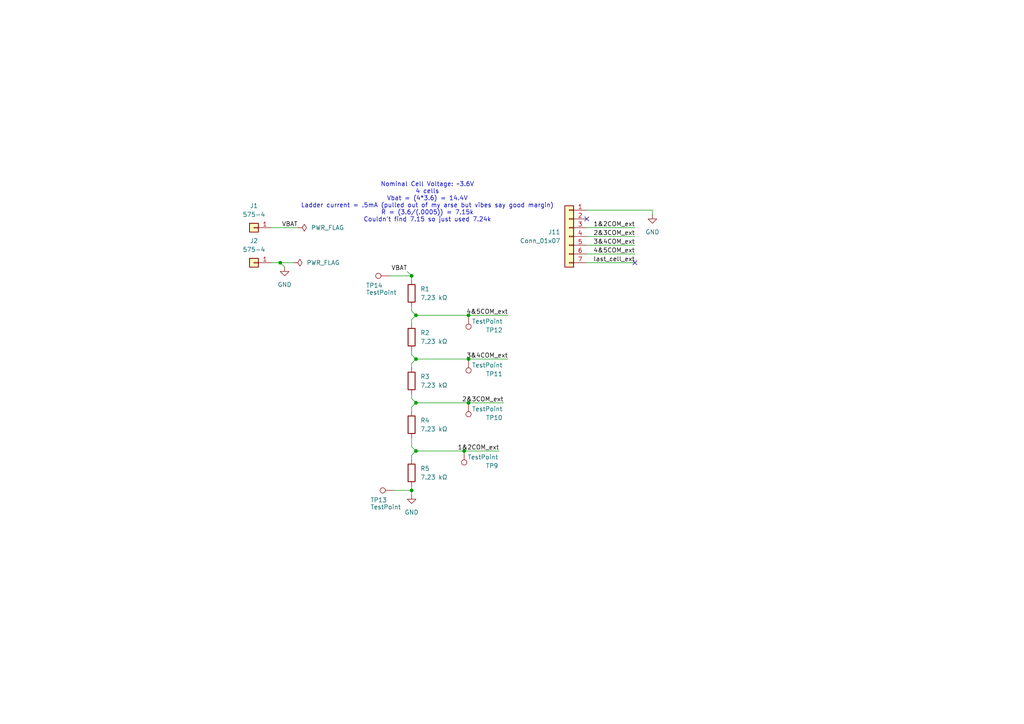
<source format=kicad_sch>
(kicad_sch (version 20250114) (generator "eeschema") (generator_version "9.0")
  (paper "A4")
  (lib_symbols
    (symbol "Connector:TestPoint" (pin_numbers (hide yes)) (pin_names (offset 0.762) (hide yes))
      (property "Reference" "TP" (at 0 6.858 0))
      (property "Value" "TestPoint" (at 0 5.08 0))
      (symbol "TestPoint_0_1"
        (circle (center 0 3.302) (radius 0.762))
      )
      (symbol "TestPoint_1_1"
        (pin passive line (at 0 0 90) (length 2.54) (name "1") (number "1"))
      )
    )
    (symbol "Connector_Generic:Conn_01x01" (pin_names (offset 1.016) (hide yes))
      (property "Reference" "J" (at 0 2.54 0))
      (property "Value" "Conn_01x01" (at 0 -2.54 0))
      (symbol "Conn_01x01_1_1"
        (rectangle (start -1.27 1.27) (end 1.27 -1.27) (stroke (width 0.254)) (fill (type background)))
        (rectangle (start -1.27 0.127) (end 0 -0.127) (stroke (width 0.1524)))
        (pin passive line (at -5.08 0 0) (length 3.81) (name "Pin_1") (number "1"))
      )
    )
    (symbol "Connector_Generic:Conn_01x07" (pin_names (offset 1.016) (hide yes))
      (property "Reference" "J" (at 0 10.16 0))
      (property "Value" "Conn_01x07" (at 0 -10.16 0))
      (symbol "Conn_01x07_1_1"
        (rectangle (start -1.27 8.89) (end 1.27 -8.89) (stroke (width 0.254)) (fill (type background)))
        (rectangle (start -1.27 7.747) (end 0 7.493) (stroke (width 0.1524)))
        (rectangle (start -1.27 5.207) (end 0 4.953) (stroke (width 0.1524)))
        (rectangle (start -1.27 2.667) (end 0 2.413) (stroke (width 0.1524)))
        (rectangle (start -1.27 0.127) (end 0 -0.127) (stroke (width 0.1524)))
        (rectangle (start -1.27 -2.413) (end 0 -2.667) (stroke (width 0.1524)))
        (rectangle (start -1.27 -4.953) (end 0 -5.207) (stroke (width 0.1524)))
        (rectangle (start -1.27 -7.493) (end 0 -7.747) (stroke (width 0.1524)))
        (pin passive line (at -5.08 7.62 0) (length 3.81) (name "Pin_1") (number "1"))
        (pin passive line (at -5.08 5.08 0) (length 3.81) (name "Pin_2") (number "2"))
        (pin passive line (at -5.08 2.54 0) (length 3.81) (name "Pin_3") (number "3"))
        (pin passive line (at -5.08 0 0) (length 3.81) (name "Pin_4") (number "4"))
        (pin passive line (at -5.08 -2.54 0) (length 3.81) (name "Pin_5") (number "5"))
        (pin passive line (at -5.08 -5.08 0) (length 3.81) (name "Pin_6") (number "6"))
        (pin passive line (at -5.08 -7.62 0) (length 3.81) (name "Pin_7") (number "7"))
      )
    )
    (symbol "Device:R" (pin_numbers (hide yes)) (pin_names (offset 0))
      (property "Reference" "R" (at 2.032 0 90))
      (property "Value" "R" (at 0 0 90))
      (symbol "R_0_1"
        (rectangle (start -1.016 -2.54) (end 1.016 2.54) (stroke (width 0.254)))
      )
      (symbol "R_1_1"
        (pin passive line (at 0 3.81 270) (length 1.27) (name "~") (number "1"))
        (pin passive line (at 0 -3.81 90) (length 1.27) (name "~") (number "2"))
      )
    )
    (symbol "power:GND" (power) (pin_numbers (hide yes)) (pin_names (offset 0) (hide yes))
      (property "Value" "GND" (at 0 -3.81 0))
      (symbol "GND_0_1"
        (polyline (pts (xy 0 0) (xy 0 -1.27) (xy 1.27 -1.27) (xy 0 -2.54) (xy -1.27 -1.27) (xy 0 -1.27)))
      )
      (symbol "GND_1_1"
        (pin power_in line (at 0 0 270) (length 0) (name "~") (number "1"))
      )
    )
    (symbol "power:PWR_FLAG" (power) (pin_numbers (hide yes)) (pin_names (offset 0) (hide yes))
      (property "Value" "PWR_FLAG" (at 0 3.81 0))
      (symbol "PWR_FLAG_0_0"
        (pin power_out line (at 0 0 90) (length 0) (name "~") (number "1"))
      )
      (symbol "PWR_FLAG_0_1"
        (polyline (pts (xy 0 0) (xy 0 1.27) (xy -1.016 1.905) (xy 0 2.54) (xy 1.016 1.905) (xy 0 1.27)))
      )
    )
  )
  (text "Nominal Cell Voltage: ~3.6V\n4 cells\nVbat = (4*3.6) = 14.4V\nLadder current = .5mA (pulled out of my arse but vibes say good margin)\nR = (3.6/(.0005)) = 7.15k\nCouldn't find 7.15 so just used 7.24k" (at 123.952 58.674 0) (effects (font (size 1.27 1.27))))
  (junction (at 119.38 142.24))
  (junction (at 135.89 91.44))
  (junction (at 119.38 80.01))
  (junction (at 120.65 104.14))
  (junction (at 120.65 130.81))
  (junction (at 81.28 76.2))
  (junction (at 120.65 91.44))
  (junction (at 135.89 116.84))
  (junction (at 120.65 116.84))
  (junction (at 135.89 104.14))
  (junction (at 134.62 130.81))
  (no_connect (at 184.15 76.2))
  (no_connect (at 170.18 63.5))
  (wire (pts (xy 113.03 80.01) (xy 119.38 80.01)))
  (wire (pts (xy 119.38 114.3) (xy 119.38 115.57)))
  (wire (pts (xy 170.18 71.12) (xy 184.15 71.12)))
  (wire (pts (xy 135.89 116.84) (xy 146.05 116.84)))
  (wire (pts (xy 119.38 140.97) (xy 119.38 142.24)))
  (wire (pts (xy 119.38 92.71) (xy 119.38 93.98)))
  (wire (pts (xy 81.28 76.2) (xy 85.09 76.2)))
  (wire (pts (xy 119.38 102.87) (xy 120.65 104.14)))
  (wire (pts (xy 119.38 90.17) (xy 120.65 91.44)))
  (wire (pts (xy 170.18 66.04) (xy 184.15 66.04)))
  (wire (pts (xy 170.18 76.2) (xy 184.15 76.2)))
  (wire (pts (xy 120.65 116.84) (xy 135.89 116.84)))
  (wire (pts (xy 119.38 115.57) (xy 120.65 116.84)))
  (wire (pts (xy 119.38 118.11) (xy 119.38 119.38)))
  (wire (pts (xy 118.11 78.74) (xy 119.38 80.01)))
  (wire (pts (xy 119.38 129.54) (xy 120.65 130.81)))
  (wire (pts (xy 119.38 133.35) (xy 119.38 132.08)))
  (wire (pts (xy 119.38 105.41) (xy 119.38 106.68)))
  (wire (pts (xy 170.18 73.66) (xy 184.15 73.66)))
  (wire (pts (xy 189.23 60.96) (xy 189.23 62.23)))
  (wire (pts (xy 119.38 101.6) (xy 119.38 102.87)))
  (wire (pts (xy 120.65 130.81) (xy 134.62 130.81)))
  (wire (pts (xy 119.38 105.41) (xy 120.65 104.14)))
  (wire (pts (xy 119.38 127) (xy 119.38 129.54)))
  (wire (pts (xy 78.74 66.04) (xy 86.36 66.04)))
  (wire (pts (xy 119.38 142.24) (xy 119.38 143.51)))
  (wire (pts (xy 170.18 60.96) (xy 189.23 60.96)))
  (wire (pts (xy 78.74 76.2) (xy 81.28 76.2)))
  (wire (pts (xy 119.38 80.01) (xy 119.38 81.28)))
  (wire (pts (xy 119.38 132.08) (xy 120.65 130.81)))
  (wire (pts (xy 119.38 118.11) (xy 120.65 116.84)))
  (wire (pts (xy 119.38 92.71) (xy 120.65 91.44)))
  (wire (pts (xy 135.89 104.14) (xy 147.32 104.14)))
  (wire (pts (xy 119.38 88.9) (xy 119.38 90.17)))
  (wire (pts (xy 120.65 91.44) (xy 135.89 91.44)))
  (wire (pts (xy 135.89 91.44) (xy 147.32 91.44)))
  (wire (pts (xy 134.62 130.81) (xy 144.78 130.81)))
  (wire (pts (xy 82.55 77.47) (xy 81.28 76.2)))
  (wire (pts (xy 170.18 68.58) (xy 184.15 68.58)))
  (wire (pts (xy 120.65 104.14) (xy 135.89 104.14)))
  (wire (pts (xy 114.3 142.24) (xy 119.38 142.24)))
  (label "VBAT" (at 86.36 66.04 180))
  (label "1&2COM_ext" (at 144.78 130.81 180))
  (label "VBAT" (at 118.11 78.74 180))
  (label "4&5COM_ext" (at 147.32 91.44 180))
  (label "1&2COM_ext" (at 184.15 66.04 180))
  (label "3&4COM_ext" (at 184.15 71.12 180))
  (label "2&3COM_ext" (at 184.15 68.58 180))
  (label "last_cell_ext" (at 184.15 76.2 180))
  (label "2&3COM_ext" (at 146.05 116.84 180))
  (label "4&5COM_ext" (at 184.15 73.66 180))
  (label "3&4COM_ext" (at 147.32 104.14 180))
  (symbol (lib_id "Connector:TestPoint") (at 114.3 142.24 90) (unit 1)
    (property "Reference" "TP13" (at 112.268 145.034 90) (effects (justify left)))
    (property "Value" "TestPoint" (at 116.332 147.066 90) (effects (justify left)))
    (property "Footprint" "TestPoint:TestPoint_Keystone_5005-5009_Compact" (effects (hide yes)))
    (property "Description" "test point" (effects (hide yes)))
  )
  (symbol (lib_id "power:GND") (at 119.38 143.51 0) (unit 1)
    (property "Reference" "#PWR02" (effects (hide yes)))
    (property "Value" "GND" (at 119.38 148.59 0))
    (property "Description" "Power symbol creates a global label with name \"GND\" , ground" (effects (hide yes)))
  )
  (symbol (lib_id "Device:R") (at 119.38 123.19 0) (unit 1)
    (property "Reference" "R4" (at 121.92 121.9199 0) (effects (justify left)))
    (property "Value" "7.23 kΩ" (at 121.92 124.4599 0) (effects (justify left)))
    (property "Footprint" "Resistor_SMD:R_0603_1608Metric_Pad0.98x0.95mm_HandSolder" (effects (hide yes)))
    (property "Datasheet" "https://www.mouser.com/ProductDetail/Vishay/TNPW06037K23BEEN?qs=m2vMjz15CltNt%2FYw8X6%252BTg%3D%3D" (effects (hide yes)))
    (property "Description" "Resistor" (effects (hide yes)))
    (property "P/N" "TNPW06037K23BEEN" (effects (hide yes)))
  )
  (symbol (lib_id "power:GND") (at 189.23 62.23 0) (unit 1)
    (property "Reference" "#PWR03" (effects (hide yes)))
    (property "Value" "GND" (at 189.23 67.31 0))
    (property "Description" "Power symbol creates a global label with name \"GND\" , ground" (effects (hide yes)))
  )
  (symbol (lib_id "Connector_Generic:Conn_01x01") (at 73.66 66.04 0) (mirror y) (unit 1)
    (property "Reference" "J1" (at 73.66 59.69 0))
    (property "Value" "575-4" (at 73.66 62.23 0))
    (property "Footprint" "VoltTemp:5754" (effects (hide yes)))
    (property "Datasheet" "https://www.digikey.com/en/products/detail/keystone-electronics/575-4/318493" (effects (hide yes)))
    (property "Description" "Generic connector, single row, 01x01, script generated (kicad-library-utils/schlib/autogen/connector/)" (effects (hide yes)))
    (property "P/N" "575-4" (effects (hide yes)))
  )
  (symbol (lib_id "Connector_Generic:Conn_01x07") (at 165.1 68.58 0) (mirror y) (unit 1)
    (property "Reference" "J11" (at 162.56 67.3099 0) (effects (justify left)))
    (property "Value" "Conn_01x07" (at 162.56 69.8499 0) (effects (justify left)))
    (property "Footprint" "VoltTemp:1053131107" (effects (hide yes)))
    (property "Description" "Generic connector, single row, 01x07, script generated (kicad-library-utils/schlib/autogen/connector/)" (effects (hide yes)))
  )
  (symbol (lib_id "Device:R") (at 119.38 110.49 0) (unit 1)
    (property "Reference" "R3" (at 121.92 109.2199 0) (effects (justify left)))
    (property "Value" "7.23 kΩ" (at 121.92 111.7599 0) (effects (justify left)))
    (property "Footprint" "Resistor_SMD:R_0603_1608Metric_Pad0.98x0.95mm_HandSolder" (effects (hide yes)))
    (property "Datasheet" "https://www.mouser.com/ProductDetail/Vishay/TNPW06037K23BEEN?qs=m2vMjz15CltNt%2FYw8X6%252BTg%3D%3D" (effects (hide yes)))
    (property "Description" "Resistor" (effects (hide yes)))
    (property "P/N" "TNPW06037K23BEEN" (effects (hide yes)))
  )
  (symbol (lib_id "power:GND") (at 82.55 77.47 0) (unit 1)
    (property "Reference" "#PWR01" (effects (hide yes)))
    (property "Value" "GND" (at 82.55 82.55 0))
    (property "Description" "Power symbol creates a global label with name \"GND\" , ground" (effects (hide yes)))
  )
  (symbol (lib_id "Device:R") (at 119.38 85.09 0) (unit 1)
    (property "Reference" "R1" (at 121.92 83.8199 0) (effects (justify left)))
    (property "Value" "7.23 kΩ" (at 121.92 86.3599 0) (effects (justify left)))
    (property "Footprint" "Resistor_SMD:R_0603_1608Metric_Pad0.98x0.95mm_HandSolder" (effects (hide yes)))
    (property "Datasheet" "https://www.mouser.com/ProductDetail/Vishay/TNPW06037K23BEEN?qs=m2vMjz15CltNt%2FYw8X6%252BTg%3D%3D" (effects (hide yes)))
    (property "Description" "Resistor" (effects (hide yes)))
    (property "P/N" "TNPW06037K23BEEN" (effects (hide yes)))
  )
  (symbol (lib_id "power:PWR_FLAG") (at 85.09 76.2 270) (unit 1)
    (property "Reference" "#FLG02" (effects (hide yes)))
    (property "Value" "PWR_FLAG" (at 88.9 76.1999 90) (effects (justify left)))
    (property "Description" "Special symbol for telling ERC where power comes from" (effects (hide yes)))
  )
  (symbol (lib_id "Connector_Generic:Conn_01x01") (at 73.66 76.2 0) (mirror y) (unit 1)
    (property "Reference" "J2" (at 73.66 69.85 0))
    (property "Value" "575-4" (at 73.66 72.39 0))
    (property "Footprint" "VoltTemp:5754" (effects (hide yes)))
    (property "Datasheet" "https://www.digikey.com/en/products/detail/keystone-electronics/575-4/318493" (effects (hide yes)))
    (property "Description" "Generic connector, single row, 01x01, script generated (kicad-library-utils/schlib/autogen/connector/)" (effects (hide yes)))
    (property "P/N" "575-4" (effects (hide yes)))
  )
  (symbol (lib_id "Device:R") (at 119.38 137.16 0) (unit 1)
    (property "Reference" "R5" (at 121.92 135.8899 0) (effects (justify left)))
    (property "Value" "7.23 kΩ" (at 121.92 138.4299 0) (effects (justify left)))
    (property "Footprint" "Resistor_SMD:R_0603_1608Metric_Pad0.98x0.95mm_HandSolder" (effects (hide yes)))
    (property "Datasheet" "https://www.mouser.com/ProductDetail/Vishay/TNPW06037K23BEEN?qs=m2vMjz15CltNt%2FYw8X6%252BTg%3D%3D" (effects (hide yes)))
    (property "Description" "Resistor" (effects (hide yes)))
    (property "P/N" "TNPW06037K23BEEN" (effects (hide yes)))
  )
  (symbol (lib_id "Connector:TestPoint") (at 134.62 130.81 180) (unit 1)
    (property "Reference" "TP9" (at 144.526 135.128 0) (effects (justify left)))
    (property "Value" "TestPoint" (at 144.526 132.588 0) (effects (justify left)))
    (property "Footprint" "TestPoint:TestPoint_Keystone_5005-5009_Compact" (effects (hide yes)))
    (property "Description" "test point" (effects (hide yes)))
  )
  (symbol (lib_id "Connector:TestPoint") (at 113.03 80.01 90) (unit 1)
    (property "Reference" "TP14" (at 110.998 82.804 90) (effects (justify left)))
    (property "Value" "TestPoint" (at 115.062 84.836 90) (effects (justify left)))
    (property "Footprint" "TestPoint:TestPoint_Keystone_5005-5009_Compact" (effects (hide yes)))
    (property "Description" "test point" (effects (hide yes)))
  )
  (symbol (lib_id "Connector:TestPoint") (at 135.89 91.44 180) (unit 1)
    (property "Reference" "TP12" (at 145.796 95.758 0) (effects (justify left)))
    (property "Value" "TestPoint" (at 145.796 93.218 0) (effects (justify left)))
    (property "Footprint" "TestPoint:TestPoint_Keystone_5005-5009_Compact" (effects (hide yes)))
    (property "Description" "test point" (effects (hide yes)))
  )
  (symbol (lib_id "power:PWR_FLAG") (at 86.36 66.04 270) (unit 1)
    (property "Reference" "#FLG01" (effects (hide yes)))
    (property "Value" "PWR_FLAG" (at 90.17 66.0399 90) (effects (justify left)))
    (property "Description" "Special symbol for telling ERC where power comes from" (effects (hide yes)))
  )
  (symbol (lib_id "Connector:TestPoint") (at 135.89 116.84 180) (unit 1)
    (property "Reference" "TP10" (at 145.796 121.158 0) (effects (justify left)))
    (property "Value" "TestPoint" (at 145.796 118.618 0) (effects (justify left)))
    (property "Footprint" "TestPoint:TestPoint_Keystone_5005-5009_Compact" (effects (hide yes)))
    (property "Description" "test point" (effects (hide yes)))
  )
  (symbol (lib_id "Device:R") (at 119.38 97.79 0) (unit 1)
    (property "Reference" "R2" (at 121.92 96.5199 0) (effects (justify left)))
    (property "Value" "7.23 kΩ" (at 121.92 99.0599 0) (effects (justify left)))
    (property "Footprint" "Resistor_SMD:R_0603_1608Metric_Pad0.98x0.95mm_HandSolder" (effects (hide yes)))
    (property "Datasheet" "https://www.mouser.com/ProductDetail/Vishay/TNPW06037K23BEEN?qs=m2vMjz15CltNt%2FYw8X6%252BTg%3D%3D" (effects (hide yes)))
    (property "Description" "Resistor" (effects (hide yes)))
    (property "P/N" "TNPW06037K23BEEN" (effects (hide yes)))
  )
  (symbol (lib_id "Connector:TestPoint") (at 135.89 104.14 180) (unit 1)
    (property "Reference" "TP11" (at 145.796 108.458 0) (effects (justify left)))
    (property "Value" "TestPoint" (at 145.796 105.918 0) (effects (justify left)))
    (property "Footprint" "TestPoint:TestPoint_Keystone_5005-5009_Compact" (effects (hide yes)))
    (property "Description" "test point" (effects (hide yes)))
  )
)
</source>
